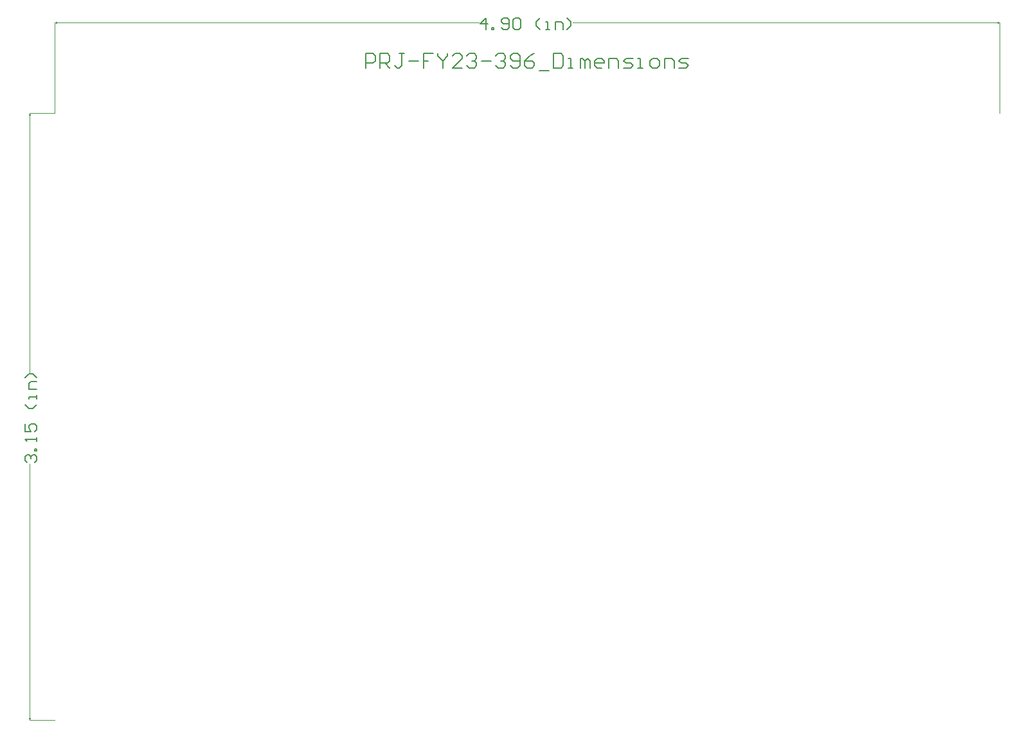
<source format=gbr>
G04*
G04 #@! TF.GenerationSoftware,Altium Limited,Altium Designer,23.11.1 (41)*
G04*
G04 Layer_Color=32896*
%FSLAX44Y44*%
%MOMM*%
G71*
G04*
G04 #@! TF.SameCoordinates,3D2E6700-7F68-432B-BC66-E9838DB2595C*
G04*
G04*
G04 #@! TF.FilePolarity,Positive*
G04*
G01*
G75*
%ADD12C,0.2032*%
%ADD39C,0.0254*%
%ADD40C,0.1524*%
D12*
X409644Y859983D02*
Y879027D01*
X419166D01*
X422340Y875853D01*
Y869505D01*
X419166Y866331D01*
X409644D01*
X428688Y859983D02*
Y879027D01*
X438209D01*
X441383Y875853D01*
Y869505D01*
X438209Y866331D01*
X428688D01*
X435036D02*
X441383Y859983D01*
X460427Y879027D02*
X454079D01*
X457253D01*
Y863157D01*
X454079Y859983D01*
X450905D01*
X447731Y863157D01*
X466775Y869505D02*
X479471D01*
X498515Y879027D02*
X485819D01*
Y869505D01*
X492167D01*
X485819D01*
Y859983D01*
X504863Y879027D02*
Y875853D01*
X511211Y869505D01*
X517559Y875853D01*
Y879027D01*
X511211Y869505D02*
Y859983D01*
X536603D02*
X523907D01*
X536603Y872679D01*
Y875853D01*
X533429Y879027D01*
X527081D01*
X523907Y875853D01*
X542951D02*
X546125Y879027D01*
X552473D01*
X555647Y875853D01*
Y872679D01*
X552473Y869505D01*
X549299D01*
X552473D01*
X555647Y866331D01*
Y863157D01*
X552473Y859983D01*
X546125D01*
X542951Y863157D01*
X561995Y869505D02*
X574690D01*
X581038Y875853D02*
X584212Y879027D01*
X590560D01*
X593734Y875853D01*
Y872679D01*
X590560Y869505D01*
X587386D01*
X590560D01*
X593734Y866331D01*
Y863157D01*
X590560Y859983D01*
X584212D01*
X581038Y863157D01*
X600082D02*
X603256Y859983D01*
X609604D01*
X612778Y863157D01*
Y875853D01*
X609604Y879027D01*
X603256D01*
X600082Y875853D01*
Y872679D01*
X603256Y869505D01*
X612778D01*
X631822Y879027D02*
X625474Y875853D01*
X619126Y869505D01*
Y863157D01*
X622300Y859983D01*
X628648D01*
X631822Y863157D01*
Y866331D01*
X628648Y869505D01*
X619126D01*
X638170Y856809D02*
X650866D01*
X657214Y879027D02*
Y859983D01*
X666736D01*
X669910Y863157D01*
Y875853D01*
X666736Y879027D01*
X657214D01*
X676258Y859983D02*
X682606D01*
X679432D01*
Y872679D01*
X676258D01*
X692128Y859983D02*
Y872679D01*
X695302D01*
X698475Y869505D01*
Y859983D01*
Y869505D01*
X701649Y872679D01*
X704823Y869505D01*
Y859983D01*
X720693D02*
X714345D01*
X711171Y863157D01*
Y869505D01*
X714345Y872679D01*
X720693D01*
X723867Y869505D01*
Y866331D01*
X711171D01*
X730215Y859983D02*
Y872679D01*
X739737D01*
X742911Y869505D01*
Y859983D01*
X749259D02*
X758781D01*
X761955Y863157D01*
X758781Y866331D01*
X752433D01*
X749259Y869505D01*
X752433Y872679D01*
X761955D01*
X768303Y859983D02*
X774651D01*
X771477D01*
Y872679D01*
X768303D01*
X787347Y859983D02*
X793695D01*
X796869Y863157D01*
Y869505D01*
X793695Y872679D01*
X787347D01*
X784173Y869505D01*
Y863157D01*
X787347Y859983D01*
X803217D02*
Y872679D01*
X812738D01*
X815912Y869505D01*
Y859983D01*
X822261D02*
X831782D01*
X834956Y863157D01*
X831782Y866331D01*
X825434D01*
X822261Y869505D01*
X825434Y872679D01*
X834956D01*
D39*
X1244600Y800354D02*
Y919734D01*
X0Y800354D02*
Y919734D01*
X681971Y919480D02*
X1244600D01*
X0D02*
X559073D01*
X1242060Y920327D02*
X1244600Y919480D01*
X1242060Y918633D02*
X1244600Y919480D01*
X0D02*
X2540Y918633D01*
X0Y919480D02*
X2540Y920327D01*
X-33020Y800354D02*
X-32173Y797814D01*
X-33867D02*
X-33020Y800354D01*
X-33867Y2540D02*
X-33020Y0D01*
X-32173Y2540D01*
X-33020Y458578D02*
Y800354D01*
Y0D02*
Y338220D01*
X-33274Y800354D02*
X0D01*
X-33274Y0D02*
X-254D01*
D40*
X568469Y910339D02*
Y925574D01*
X560851Y917956D01*
X571008D01*
X576086Y910339D02*
Y912878D01*
X578626D01*
Y910339D01*
X576086D01*
X588782Y912878D02*
X591321Y910339D01*
X596400D01*
X598939Y912878D01*
Y923034D01*
X596400Y925574D01*
X591321D01*
X588782Y923034D01*
Y920495D01*
X591321Y917956D01*
X598939D01*
X604017Y923034D02*
X606557Y925574D01*
X611635D01*
X614174Y923034D01*
Y912878D01*
X611635Y910339D01*
X606557D01*
X604017Y912878D01*
Y923034D01*
X639566Y910339D02*
X634487Y915417D01*
Y920495D01*
X639566Y925574D01*
X647183Y910339D02*
X652262D01*
X649723D01*
Y920495D01*
X647183D01*
X659879Y910339D02*
Y920495D01*
X667497D01*
X670036Y917956D01*
Y910339D01*
X675114D02*
X680193Y915417D01*
Y920495D01*
X675114Y925574D01*
X-36574Y339998D02*
X-39114Y342537D01*
Y347615D01*
X-36574Y350155D01*
X-34035D01*
X-31496Y347615D01*
Y345076D01*
Y347615D01*
X-28957Y350155D01*
X-26418D01*
X-23879Y347615D01*
Y342537D01*
X-26418Y339998D01*
X-23879Y355233D02*
X-26418D01*
Y357772D01*
X-23879D01*
Y355233D01*
Y367929D02*
Y373007D01*
Y370468D01*
X-39114D01*
X-36574Y367929D01*
X-39114Y390782D02*
Y380625D01*
X-31496D01*
X-34035Y385703D01*
Y388242D01*
X-31496Y390782D01*
X-26418D01*
X-23879Y388242D01*
Y383164D01*
X-26418Y380625D01*
X-23879Y416173D02*
X-28957Y411095D01*
X-34035D01*
X-39114Y416173D01*
X-23879Y423791D02*
Y428869D01*
Y426330D01*
X-34035D01*
Y423791D01*
X-23879Y436487D02*
X-34035D01*
Y444104D01*
X-31496Y446643D01*
X-23879D01*
Y451722D02*
X-28957Y456800D01*
X-34035D01*
X-39114Y451722D01*
M02*

</source>
